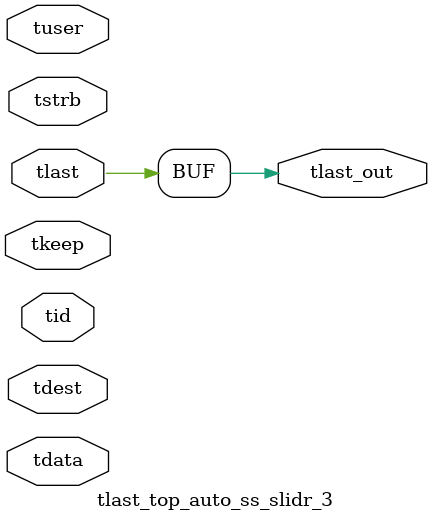
<source format=v>


`timescale 1ps/1ps

module tlast_top_auto_ss_slidr_3 #
(
parameter C_S_AXIS_TID_WIDTH   = 1,
parameter C_S_AXIS_TUSER_WIDTH = 0,
parameter C_S_AXIS_TDATA_WIDTH = 0,
parameter C_S_AXIS_TDEST_WIDTH = 0
)
(
input  [(C_S_AXIS_TID_WIDTH   == 0 ? 1 : C_S_AXIS_TID_WIDTH)-1:0       ] tid,
input  [(C_S_AXIS_TDATA_WIDTH == 0 ? 1 : C_S_AXIS_TDATA_WIDTH)-1:0     ] tdata,
input  [(C_S_AXIS_TUSER_WIDTH == 0 ? 1 : C_S_AXIS_TUSER_WIDTH)-1:0     ] tuser,
input  [(C_S_AXIS_TDEST_WIDTH == 0 ? 1 : C_S_AXIS_TDEST_WIDTH)-1:0     ] tdest,
input  [(C_S_AXIS_TDATA_WIDTH/8)-1:0 ] tkeep,
input  [(C_S_AXIS_TDATA_WIDTH/8)-1:0 ] tstrb,
input  [0:0]                                                             tlast,
output                                                                   tlast_out
);

assign tlast_out = {tlast};

endmodule


</source>
